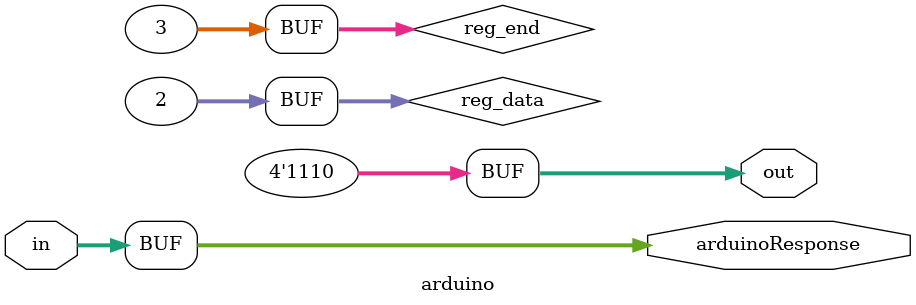
<source format=v>
module arduino(out,
					in,
					arduinoResponse);
									 

	wire [31:0] reg_end;
	wire [31:0] reg_data;
	output [3:0] out;
	
	input [1:0] in;
	output [1:0] arduinoResponse;
	
	assign reg_end = 32'd3;
	assign reg_data = 32'd2;
	
	assign out = {reg_end[1:0], reg_data[1:0]};
	assign arduinoResponse = in;
	
endmodule

</source>
